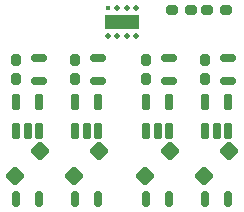
<source format=gbr>
%TF.GenerationSoftware,KiCad,Pcbnew,7.0.9-7.0.9~ubuntu22.04.1*%
%TF.CreationDate,2024-03-19T18:54:22+02:00*%
%TF.ProjectId,rgbw-light,72676277-2d6c-4696-9768-742e6b696361,rev?*%
%TF.SameCoordinates,Original*%
%TF.FileFunction,Paste,Top*%
%TF.FilePolarity,Positive*%
%FSLAX46Y46*%
G04 Gerber Fmt 4.6, Leading zero omitted, Abs format (unit mm)*
G04 Created by KiCad (PCBNEW 7.0.9-7.0.9~ubuntu22.04.1) date 2024-03-19 18:54:22*
%MOMM*%
%LPD*%
G01*
G04 APERTURE LIST*
G04 Aperture macros list*
%AMRoundRect*
0 Rectangle with rounded corners*
0 $1 Rounding radius*
0 $2 $3 $4 $5 $6 $7 $8 $9 X,Y pos of 4 corners*
0 Add a 4 corners polygon primitive as box body*
4,1,4,$2,$3,$4,$5,$6,$7,$8,$9,$2,$3,0*
0 Add four circle primitives for the rounded corners*
1,1,$1+$1,$2,$3*
1,1,$1+$1,$4,$5*
1,1,$1+$1,$6,$7*
1,1,$1+$1,$8,$9*
0 Add four rect primitives between the rounded corners*
20,1,$1+$1,$2,$3,$4,$5,0*
20,1,$1+$1,$4,$5,$6,$7,0*
20,1,$1+$1,$6,$7,$8,$9,0*
20,1,$1+$1,$8,$9,$2,$3,0*%
G04 Aperture macros list end*
%ADD10RoundRect,0.200000X-0.285000X-0.200000X0.285000X-0.200000X0.285000X0.200000X-0.285000X0.200000X0*%
%ADD11RoundRect,0.200000X-0.200000X0.285000X-0.200000X-0.285000X0.200000X-0.285000X0.200000X0.285000X0*%
%ADD12RoundRect,0.175000X-0.175000X-0.475000X0.175000X-0.475000X0.175000X0.475000X-0.175000X0.475000X0*%
%ADD13RoundRect,0.325000X0.000000X0.459619X-0.459619X0.000000X0.000000X-0.459619X0.459619X0.000000X0*%
%ADD14RoundRect,0.175000X0.475000X-0.175000X0.475000X0.175000X-0.475000X0.175000X-0.475000X-0.175000X0*%
%ADD15RoundRect,0.175000X0.175000X-0.525000X0.175000X0.525000X-0.175000X0.525000X-0.175000X-0.525000X0*%
%ADD16R,2.850000X1.150000*%
%ADD17R,0.450000X0.450000*%
%ADD18RoundRect,0.112500X-0.112500X-0.112500X0.112500X-0.112500X0.112500X0.112500X-0.112500X0.112500X0*%
G04 APERTURE END LIST*
D10*
%TO.C,R5*%
X151130000Y-93730000D03*
X152730000Y-93730000D03*
%TD*%
D11*
%TO.C,R4*%
X150930000Y-97930000D03*
X150930000Y-99530000D03*
%TD*%
D12*
%TO.C,C4*%
X139980000Y-109730000D03*
X141880000Y-109730000D03*
%TD*%
D13*
%TO.C,L2*%
X141990660Y-105669340D03*
X139869340Y-107790660D03*
%TD*%
D14*
%TO.C,C3*%
X141930000Y-99680000D03*
X141930000Y-97780000D03*
%TD*%
D11*
%TO.C,R1*%
X134930000Y-97930000D03*
X134930000Y-99530000D03*
%TD*%
D15*
%TO.C,IC3*%
X145980000Y-103930000D03*
X146930000Y-103930000D03*
X147880000Y-103930000D03*
X147880000Y-101530000D03*
X145980000Y-101530000D03*
%TD*%
D12*
%TO.C,C2*%
X134980000Y-109730000D03*
X136880000Y-109730000D03*
%TD*%
D14*
%TO.C,C7*%
X152930000Y-99680000D03*
X152930000Y-97780000D03*
%TD*%
D12*
%TO.C,C8*%
X150980000Y-109730000D03*
X152880000Y-109730000D03*
%TD*%
D16*
%TO.C,D1*%
X143930000Y-94730000D03*
D17*
X142730000Y-93530000D03*
D18*
X143530000Y-93530000D03*
X144330000Y-93530000D03*
X145130000Y-93530000D03*
X145130000Y-95930000D03*
X144330000Y-95930000D03*
X143530000Y-95930000D03*
X142730000Y-95930000D03*
%TD*%
D15*
%TO.C,IC2*%
X139980000Y-103930000D03*
X140930000Y-103930000D03*
X141880000Y-103930000D03*
X141880000Y-101530000D03*
X139980000Y-101530000D03*
%TD*%
D14*
%TO.C,C1*%
X136930000Y-99680000D03*
X136930000Y-97780000D03*
%TD*%
D15*
%TO.C,IC4*%
X150980000Y-103930000D03*
X151930000Y-103930000D03*
X152880000Y-103930000D03*
X152880000Y-101530000D03*
X150980000Y-101530000D03*
%TD*%
D11*
%TO.C,R3*%
X145930000Y-97930000D03*
X145930000Y-99530000D03*
%TD*%
D13*
%TO.C,L3*%
X147990660Y-105669340D03*
X145869340Y-107790660D03*
%TD*%
D15*
%TO.C,IC1*%
X134980000Y-103930000D03*
X135930000Y-103930000D03*
X136880000Y-103930000D03*
X136880000Y-101530000D03*
X134980000Y-101530000D03*
%TD*%
D10*
%TO.C,NTC1*%
X148130000Y-93730000D03*
X149730000Y-93730000D03*
%TD*%
D14*
%TO.C,C5*%
X147930000Y-99680000D03*
X147930000Y-97780000D03*
%TD*%
D12*
%TO.C,C6*%
X145980000Y-109730000D03*
X147880000Y-109730000D03*
%TD*%
D11*
%TO.C,R2*%
X139930000Y-97930000D03*
X139930000Y-99530000D03*
%TD*%
D13*
%TO.C,L1*%
X136990660Y-105669340D03*
X134869340Y-107790660D03*
%TD*%
%TO.C,L4*%
X152990660Y-105669340D03*
X150869340Y-107790660D03*
%TD*%
M02*

</source>
